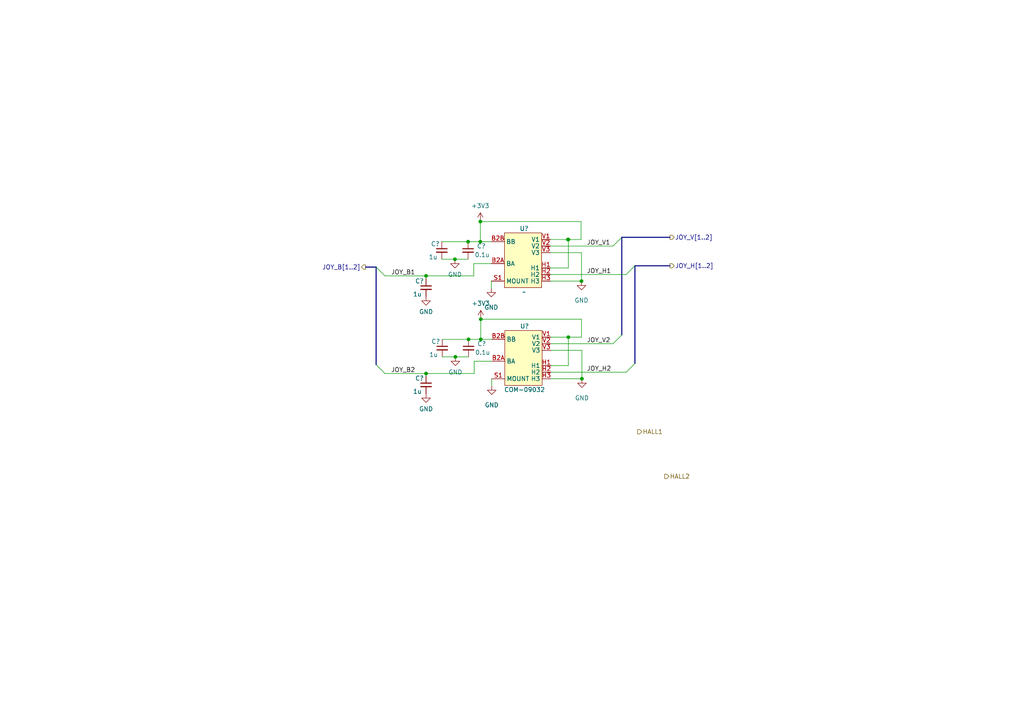
<source format=kicad_sch>
(kicad_sch (version 20211123) (generator eeschema)
  (paper "A4")
  (lib_symbols
    (symbol "Controller:COM-09032"
      (property "Reference" "U" (at 0 -10.795 0))
      (property "Value" "COM-09032" (at 0.635 -13.97 0))
      (symbol "COM-09032_0_1"
        (rectangle (start -5.715 6.985) (end 5.08 -8.89) (fill (type background)))
      )
      (symbol "COM-09032_1_1"
        (pin input line (at -9.525 -1.905 0) (length 3.81) hide (name "S2") (number "B1A"))
        (pin input line (at -9.525 4.445 0) (length 3.81) hide (name "S1") (number "B1B"))
        (pin input line (at -9.525 -1.905 0) (length 3.81) (name "BA") (number "B2A"))
        (pin input line (at -9.525 4.445 0) (length 3.81) (name "BB") (number "B2B"))
        (pin input line (at 7.62 -3.175 180) (length 2.54) (name "H1") (number "H1"))
        (pin input line (at 7.62 -5.08 180) (length 2.54) (name "H2") (number "H2"))
        (pin input line (at 7.62 -6.985 180) (length 2.54) (name "H3") (number "H3"))
        (pin passive line (at -9.525 -6.985 0) (length 3.81) (name "MOUNT") (number "S1"))
        (pin passive line (at -9.525 -6.985 0) (length 3.81) hide (name "MOUNT") (number "S2"))
        (pin passive line (at -9.525 -6.985 0) (length 3.81) hide (name "MOUNT") (number "S3"))
        (pin passive line (at -9.525 -6.985 0) (length 3.81) hide (name "MOUNT") (number "S4"))
        (pin input line (at 7.62 5.08 180) (length 2.54) (name "V1") (number "V1"))
        (pin input line (at 7.62 3.175 180) (length 2.54) (name "V2") (number "V2"))
        (pin input line (at 7.62 1.27 180) (length 2.54) (name "V3") (number "V3"))
      )
    )
    (symbol "Device:C_Small" (pin_numbers hide) (pin_names (offset 0.254) hide)
      (property "Reference" "C" (at 0.254 1.778 0))
      (property "Value" "C_Small" (at 0.254 -2.032 0))
      (symbol "C_Small_0_1"
        (polyline (pts (xy -1.524 -0.508) (xy 1.524 -0.508)) (stroke (width 0.3302)))
        (polyline (pts (xy -1.524 0.508) (xy 1.524 0.508)) (stroke (width 0.3048)))
      )
      (symbol "C_Small_1_1"
        (pin passive line (at 0 2.54 270) (length 2.032) (name "~") (number "1"))
        (pin passive line (at 0 -2.54 90) (length 2.032) (name "~") (number "2"))
      )
    )
    (symbol "power:+3V3" (power) (pin_names (offset 0))
      (property "Value" "+3V3" (at 0 3.556 0))
      (symbol "+3V3_0_1"
        (polyline (pts (xy -0.762 1.27) (xy 0 2.54)))
        (polyline (pts (xy 0 0) (xy 0 2.54)))
        (polyline (pts (xy 0 2.54) (xy 0.762 1.27)))
      )
      (symbol "+3V3_1_1"
        (pin power_in line (at 0 0 90) (length 0) hide (name "+3V3") (number "1"))
      )
    )
    (symbol "power:GND" (power) (pin_names (offset 0))
      (property "Value" "GND" (at 0 -3.81 0))
      (symbol "GND_0_1"
        (polyline (pts (xy 0 0) (xy 0 -1.27) (xy 1.27 -1.27) (xy 0 -2.54) (xy -1.27 -1.27) (xy 0 -1.27)))
      )
      (symbol "GND_1_1"
        (pin power_in line (at 0 0 270) (length 0) hide (name "GND") (number "1"))
      )
    )
  )
  (junction (at 164.846 69.469))
  (junction (at 123.571 108.331))
  (junction (at 164.719 69.469))
  (junction (at 139.319 64.262))
  (junction (at 168.783 109.855))
  (junction (at 139.446 98.425))
  (junction (at 164.846 97.79))
  (junction (at 139.319 70.104))
  (junction (at 131.953 75.184))
  (junction (at 139.446 92.583))
  (junction (at 168.656 81.534))
  (junction (at 135.763 70.104))
  (junction (at 135.89 98.425))
  (junction (at 123.571 80.01))
  (junction (at 132.08 103.505))
  (bus_entry (at 177.8 99.695) (size 2.54 -2.54))
  (bus_entry (at 109.093 77.47) (size 2.54 2.54))
  (bus_entry (at 177.8 71.374) (size 2.54 -2.54))
  (bus_entry (at 109.093 105.791) (size 2.54 2.54))
  (bus_entry (at 181.61 79.629) (size 2.54 -2.54))
  (bus_entry (at 181.61 107.95) (size 2.54 -2.54))
  (wire (pts (xy 139.446 92.583) (xy 139.446 98.425)))
  (wire (pts (xy 164.846 69.469) (xy 164.719 69.469)))
  (wire (pts (xy 164.846 77.724) (xy 164.846 69.469)))
  (wire (pts (xy 137.541 104.775) (xy 137.541 108.331)))
  (wire (pts (xy 139.446 92.583) (xy 168.656 92.583)))
  (wire (pts (xy 164.846 69.469) (xy 168.529 69.469)))
  (wire (pts (xy 128.143 75.184) (xy 131.953 75.184)))
  (wire (pts (xy 168.783 101.6) (xy 168.783 109.855)))
  (bus (pts (xy 109.093 77.47) (xy 109.093 105.791)))
  (wire (pts (xy 164.846 97.79) (xy 168.656 97.79)))
  (wire (pts (xy 132.08 103.505) (xy 135.89 103.505)))
  (wire (pts (xy 159.639 77.724) (xy 164.846 77.724)))
  (wire (pts (xy 159.639 69.469) (xy 164.719 69.469)))
  (wire (pts (xy 131.953 75.184) (xy 135.763 75.184)))
  (wire (pts (xy 139.319 64.262) (xy 139.319 70.104)))
  (wire (pts (xy 168.656 92.583) (xy 168.656 97.79)))
  (wire (pts (xy 135.89 98.425) (xy 139.446 98.425)))
  (wire (pts (xy 139.319 64.262) (xy 168.529 64.262)))
  (wire (pts (xy 123.571 108.331) (xy 137.541 108.331)))
  (wire (pts (xy 135.763 70.104) (xy 139.319 70.104)))
  (wire (pts (xy 128.27 103.505) (xy 132.08 103.505)))
  (bus (pts (xy 106.045 77.47) (xy 109.093 77.47)))
  (wire (pts (xy 123.571 80.01) (xy 123.571 80.899)))
  (wire (pts (xy 123.571 108.331) (xy 123.571 109.093)))
  (wire (pts (xy 128.143 70.104) (xy 135.763 70.104)))
  (wire (pts (xy 111.633 108.331) (xy 123.571 108.331)))
  (wire (pts (xy 142.621 98.425) (xy 139.446 98.425)))
  (wire (pts (xy 159.766 99.695) (xy 177.8 99.695)))
  (wire (pts (xy 164.846 106.045) (xy 164.846 97.79)))
  (wire (pts (xy 168.529 64.262) (xy 168.529 69.469)))
  (wire (pts (xy 142.494 70.104) (xy 139.319 70.104)))
  (wire (pts (xy 142.621 109.855) (xy 142.621 111.887)))
  (wire (pts (xy 137.414 76.454) (xy 142.494 76.454)))
  (wire (pts (xy 111.633 80.01) (xy 123.571 80.01)))
  (wire (pts (xy 168.656 73.279) (xy 168.656 81.534)))
  (wire (pts (xy 142.494 81.534) (xy 142.494 83.566)))
  (wire (pts (xy 123.571 80.01) (xy 137.414 80.01)))
  (wire (pts (xy 159.766 107.95) (xy 181.61 107.95)))
  (wire (pts (xy 159.766 106.045) (xy 164.846 106.045)))
  (wire (pts (xy 159.639 73.279) (xy 168.656 73.279)))
  (wire (pts (xy 128.27 98.425) (xy 135.89 98.425)))
  (wire (pts (xy 159.766 109.855) (xy 168.783 109.855)))
  (wire (pts (xy 137.414 76.454) (xy 137.414 80.01)))
  (wire (pts (xy 159.766 97.79) (xy 164.846 97.79)))
  (wire (pts (xy 159.639 79.629) (xy 181.61 79.629)))
  (bus (pts (xy 180.34 68.834) (xy 194.31 68.834)))
  (wire (pts (xy 137.541 104.775) (xy 142.621 104.775)))
  (wire (pts (xy 159.639 71.374) (xy 177.8 71.374)))
  (bus (pts (xy 180.34 68.834) (xy 180.34 97.155)))
  (bus (pts (xy 184.15 77.089) (xy 184.15 105.41)))
  (wire (pts (xy 159.766 101.6) (xy 168.783 101.6)))
  (bus (pts (xy 184.15 77.089) (xy 194.31 77.089)))
  (wire (pts (xy 159.639 81.534) (xy 168.656 81.534)))
  (label "JOY_B1" (at 113.411 80.01 0))
  (label "JOY_B2" (at 113.411 108.331 0))
  (label "JOY_V1" (at 170.18 71.374 0))
  (label "JOY_H2" (at 170.18 107.95 0))
  (label "JOY_H1" (at 170.18 79.629 0))
  (label "JOY_V2" (at 170.18 99.695 0))
  (hierarchical_label "JOY_H[1..2]" (shape output) (at 194.31 77.089 0))
  (hierarchical_label "JOY_V[1..2]" (shape output) (at 194.31 68.834 0))
  (hierarchical_label "HALL2" (shape output) (at 192.786 138.176 0))
  (hierarchical_label "JOY_B[1..2]" (shape output) (at 106.045 77.47 180))
  (hierarchical_label "HALL1" (shape output) (at 184.912 125.222 0))
  (symbol (lib_id "power:GND") (at 132.08 103.505 0) (unit 1)
    (property "Reference" "#PWR?" (effects hide))
    (property "Value" "~" (at 132.08 107.95 0))
  )
  (symbol (lib_id "power:GND") (at 131.953 75.184 0) (unit 1)
    (property "Reference" "#PWR?" (effects hide))
    (property "Value" "~" (at 131.953 79.629 0))
  )
  (symbol (lib_id "power:+3V3") (at 139.446 92.583 0) (unit 1)
    (property "Reference" "#PWR?" (effects hide))
    (property "Value" "+3V3" (at 139.446 88.011 0))
  )
  (symbol (lib_id "Device:C_Small") (at 123.571 111.633 0) (unit 1)
    (property "Reference" "C?" (at 120.396 109.728 0) (effects (justify left)))
    (property "Value" "1u" (at 119.761 113.538 0) (effects (justify left)))
  )
  (symbol (lib_id "power:GND") (at 142.494 83.566 0) (unit 1)
    (property "Reference" "#PWR?" (effects hide))
    (property "Value" "~" (at 142.494 89.154 0))
  )
  (symbol (lib_id "Device:C_Small") (at 128.27 100.965 0) (unit 1)
    (property "Reference" "C?" (at 125.095 99.06 0) (effects (justify left)))
    (property "Value" "1u" (at 124.46 102.87 0) (effects (justify left)))
  )
  (symbol (lib_id "power:GND") (at 168.656 81.534 0) (unit 1)
    (property "Reference" "#PWR?" (effects hide))
    (property "Value" "~" (at 168.656 87.122 0))
  )
  (symbol (lib_id "power:GND") (at 123.571 114.173 0) (unit 1)
    (property "Reference" "#PWR?" (effects hide))
    (property "Value" "~" (at 123.571 118.618 0))
  )
  (symbol (lib_id "Device:C_Small") (at 135.763 72.644 0) (unit 1)
    (property "Reference" "C?" (at 138.303 71.374 0) (effects (justify left)))
    (property "Value" "0.1u" (at 137.668 73.914 0) (effects (justify left)))
  )
  (symbol (lib_id "Device:C_Small") (at 123.571 83.439 0) (unit 1)
    (property "Reference" "C?" (at 120.396 81.534 0) (effects (justify left)))
    (property "Value" "1u" (at 119.761 85.344 0) (effects (justify left)))
  )
  (symbol (lib_id "power:GND") (at 168.783 109.855 0) (unit 1)
    (property "Reference" "#PWR?" (effects hide))
    (property "Value" "~" (at 168.783 115.443 0))
  )
  (symbol (lib_id "power:GND") (at 142.621 111.887 0) (unit 1)
    (property "Reference" "#PWR?" (effects hide))
    (property "Value" "GND" (at 142.621 117.475 0))
  )
  (symbol (lib_id "power:GND") (at 123.571 85.979 0) (unit 1)
    (property "Reference" "#PWR?" (effects hide))
    (property "Value" "~" (at 123.571 90.424 0))
  )
  (symbol (lib_id "Device:C_Small") (at 135.89 100.965 0) (unit 1)
    (property "Reference" "C?" (at 138.43 99.695 0) (effects (justify left)))
    (property "Value" "0.1u" (at 137.795 102.235 0) (effects (justify left)))
  )
  (symbol (lib_id "Controller:COM-09032") (at 152.146 102.87 0) (unit 1)
    (property "Reference" "U?" (at 152.146 94.615 0))
    (property "Value" "COM-09032" (at 152.146 113.03 0))
  )
  (symbol (lib_id "Device:C_Small") (at 128.143 72.644 0) (unit 1)
    (property "Reference" "C?" (at 124.968 70.739 0) (effects (justify left)))
    (property "Value" "1u" (at 124.333 74.549 0) (effects (justify left)))
  )
  (symbol (lib_id "Controller:COM-09032") (at 152.019 74.549 0) (unit 1)
    (property "Reference" "U?" (at 152.019 66.294 0))
    (property "Value" "~" (at 152.019 84.709 0))
  )
  (symbol (lib_id "power:+3V3") (at 139.319 64.262 0) (unit 1)
    (property "Reference" "#PWR?" (effects hide))
    (property "Value" "+3V3" (at 139.319 59.69 0))
  )
)
</source>
